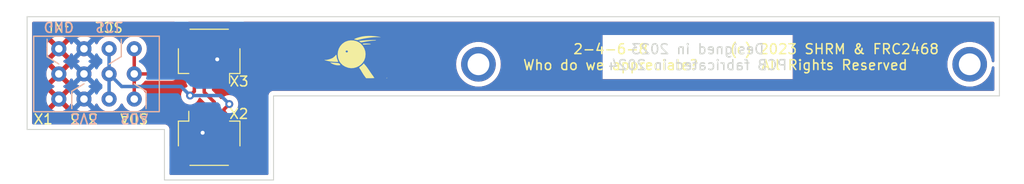
<source format=kicad_pcb>
(kicad_pcb (version 20211014) (generator pcbnew)
  (layers (0 "F.Cu" signal) (31 "B.Cu" signal) (34 "B.Paste" user) (35 "F.Paste" user) (36 "B.SilkS" user "B.Silkscreen") (37 "F.SilkS" user "F.Silkscreen") (38 "B.Mask" user) (39 "F.Mask" user) (44 "Edge.Cuts" user))
  (net 0 "")
  (net 1 "GND")
  (net 2 "+3V3")
  (net 3 "/SCL")
  (net 4 "/SDA")
  (footprint "Connector_JST:JST_SH_SM04B-SRSS-TB_1x04-1MP_P1.00mm_Horizontal" (layer "F.Cu") (at 88.646 62.6364)
    (fp_text reference "X2" (at 2.9972 -2.5146) (layer "F.SilkS"))
    (fp_text value "STEMMA_I2C_QT" hide)
    (fp_line (start 3.11 -1.785) (end 2.06 -1.785) (layer "F.SilkS") (width 0.12))
    (fp_line (start -3.11 -1.785) (end -2.06 -1.785) (layer "F.SilkS") (width 0.12))
    (fp_line (start 3.11 0.715) (end 3.11 -1.785) (layer "F.SilkS") (width 0.12))
    (fp_line (start -1.94 2.685) (end 1.94 2.685) (layer "F.SilkS") (width 0.12))
    (fp_line (start -2.06 -1.785) (end -2.06 -2.775) (layer "F.SilkS") (width 0.12))
    (fp_line (start -3.11 0.715) (end -3.11 -1.785) (layer "F.SilkS") (width 0.12))
    (pad "1" smd roundrect (at -1.5 -2) (size 0.6 1.55) (layers "F.Cu" "F.Paste" "F.Mask") (net 1 "GND"))
    (pad "2" smd roundrect (at -0.5 -2) (size 0.6 1.55) (layers "F.Cu" "F.Paste" "F.Mask") (net 2 "+3V3"))
    (pad "3" smd roundrect (at 0.5 -2) (size 0.6 1.55) (layers "F.Cu" "F.Paste" "F.Mask") (net 4 "/SDA"))
    (pad "4" smd roundrect (at 1.5 -2) (size 0.6 1.55) (layers "F.Cu" "F.Paste" "F.Mask") (net 3 "/SCL"))
    (pad "MP" smd roundrect (at 2.8 1.875) (size 1.2 1.8) (layers "F.Cu" "F.Paste" "F.Mask") (roundrect_rratio 0.2083333333) (net 1 "GND"))
    (pad "MP" smd roundrect (at -2.8 1.875) (size 1.2 1.8) (layers "F.Cu" "F.Paste" "F.Mask") (roundrect_rratio 0.2083333333) (net 1 "GND"))
  )
  (footprint "Connector_JST:JST_SH_SM04B-SRSS-TB_1x04-1MP_P1.00mm_Horizontal" (layer "F.Cu") (at 88.646 54.2544 180)
    (fp_text reference "X3" (at -3.0226 -2.5908) (layer "F.SilkS"))
    (fp_text value "STEMMA_I2C_QT" hide)
    (fp_line (start -1.94 2.685) (end 1.94 2.685) (layer "F.SilkS") (width 0.12))
    (fp_line (start -3.11 0.715) (end -3.11 -1.785) (layer "F.SilkS") (width 0.12))
    (fp_line (start -3.11 -1.785) (end -2.06 -1.785) (layer "F.SilkS") (width 0.12))
    (fp_line (start -2.06 -1.785) (end -2.06 -2.775) (layer "F.SilkS") (width 0.12))
    (fp_line (start 3.11 0.715) (end 3.11 -1.785) (layer "F.SilkS") (width 0.12))
    (fp_line (start 3.11 -1.785) (end 2.06 -1.785) (layer "F.SilkS") (width 0.12))
    (pad "1" smd roundrect (at -1.5 -2 180) (size 0.6 1.55) (layers "F.Cu" "F.Paste" "F.Mask") (net 1 "GND"))
    (pad "2" smd roundrect (at -0.5 -2 180) (size 0.6 1.55) (layers "F.Cu" "F.Paste" "F.Mask") (net 2 "+3V3"))
    (pad "3" smd roundrect (at 0.5 -2 180) (size 0.6 1.55) (layers "F.Cu" "F.Paste" "F.Mask") (net 4 "/SDA"))
    (pad "4" smd roundrect (at 1.5 -2 180) (size 0.6 1.55) (layers "F.Cu" "F.Paste" "F.Mask") (net 3 "/SCL"))
    (pad "MP" smd roundrect (at -2.8 1.875 180) (size 1.2 1.8) (layers "F.Cu" "F.Paste" "F.Mask") (roundrect_rratio 0.2083333333) (net 1 "GND"))
    (pad "MP" smd roundrect (at 2.8 1.875 180) (size 1.2 1.8) (layers "F.Cu" "F.Paste" "F.Mask") (roundrect_rratio 0.2083333333) (net 1 "GND"))
  )
  (footprint "MountingHole:MountingHole_2.2mm_M2_ISO7380_Pad" (layer "F.Cu") (at 165.4815 55.10999)
    (fp_text reference "H2" hide)
    (fp_text value "MountingHole" hide)
    (pad "1" thru_hole circle (at 0 0) (size 3.5 3.5) (drill 2.2) (layers *.Cu *.Mask))
  )
  (footprint "MountingHole:MountingHole_2.2mm_M2_ISO7380_Pad" (layer "F.Cu") (at 115.8515 55.10999)
    (fp_text reference "H1" hide)
    (fp_text value "MountingHole" hide)
    (pad "1" thru_hole circle (at 0 0) (size 3.5 3.5) (drill 2.2) (layers *.Cu *.Mask))
  )
  (footprint "LOGO" (layer "F.Cu") (at 103.4034 54.268624)
    (fp_text reference "G***" hide)
    (fp_text value "LOGO" hide)
    (fp_poly (pts (xy 1.913529 -1.612956) (xy 2.027994 -1.608028) (xy 2.095237 -1.598176) (xy 2.10874 -1.585518) (xy 2.068515 -1.567943) (xy 1.985846 -1.556428) (xy 1.915173 -1.553808) (xy 1.783659 -1.547239) (xy 1.603859 -1.528767) (xy 1.389396 -1.500244) (xy 1.153894 -1.463519) (xy 0.910978 -1.420444) (xy 0.855456 -1.409827) (xy 0.721232 -1.384099) (xy 0.633459 -1.370926) (xy 0.576174 -1.371583) (xy 0.533419 -1.387349) (xy 0.489233 -1.419501) (xy 0.462668 -1.44126) (xy 0.370405 -1.516694) (xy 0.510234 -1.533172) (xy 0.715192 -1.554849) (xy 0.932945 -1.573567) (xy 1.154917 -1.589047) (xy 1.372535 -1.601006) (xy 1.577225 -1.609165) (xy 1.760414 -1.613242)) (layer "F.SilkS") (width 0) (fill solid))
    (fp_poly (pts (xy -2.457553 0.652201) (xy -2.387091 0.663295) (xy -2.270955 0.675428) (xy -2.126832 0.68694) (xy -2.009205 0.694266) (xy -1.853049 0.703776) (xy -1.746381 0.71433) (xy -1.675307 0.729251) (xy -1.625933 0.75186) (xy -1.584368 0.785478) (xy -1.570379 0.799171) (xy -1.520224 0.86201) (xy -1.502998 0.910599) (xy -1.505305 0.918085) (xy -1.54761 0.936206) (xy -1.634964 0.945402) (xy -1.74955 0.945105) (xy -1.87355 0.93475) (xy -1.902621 0.930722) (xy -2.078791 0.892148) (xy -2.246978 0.834097) (xy -2.385556 0.764848) (xy -2.442371 0.724087) (xy -2.552684 0.629352)) (layer "F.SilkS") (width 0) (fill solid))
    (fp_poly (pts (xy 1.173233 -1.252933) (xy 1.31073 -1.247596) (xy 1.431621 -1.238651) (xy 1.519947 -1.226466) (xy 1.558521 -1.212921) (xy 1.569023 -1.190641) (xy 1.538199 -1.178305) (xy 1.456856 -1.173453) (xy 1.409526 -1.173058) (xy 1.269146 -1.169573) (xy 1.109184 -1.160852) (xy 1.011253 -1.153033) (xy 0.880632 -1.145606) (xy 0.804317 -1.15397) (xy 0.778178 -1.171223) (xy 0.76954 -1.218598) (xy 0.776355 -1.230886) (xy 0.820691 -1.243641) (xy 0.912254 -1.251322) (xy 1.035088 -1.254298)) (layer "F.SilkS") (width 0) (fill solid))
    (fp_poly (pts (xy -0.174329 -1.565625) (xy 0.092865 -1.505977) (xy 0.338788 -1.400343) (xy 0.550834 -1.250438) (xy 0.560158 -1.241962) (xy 0.769832 -1.009562) (xy 0.92166 -0.753375) (xy 1.014415 -0.477375) (xy 1.046871 -0.185536) (xy 1.017802 0.118168) (xy 1.002047 0.190262) (xy 0.908848 0.447122) (xy 0.764851 0.676312) (xy 0.578424 0.872996) (xy 0.357936 1.032337) (xy 0.111758 1.149496) (xy -0.151741 1.219637) (xy -0.424193 1.237923) (xy -0.697227 1.199516) (xy -0.729338 1.19095) (xy -1.024576 1.07954) (xy -1.273816 0.925399) (xy -1.475151 0.73102) (xy -1.626672 0.498897) (xy -1.726471 0.231521) (xy -1.772638 -0.068613) (xy -1.77578 -0.176069) (xy -1.745777 -0.469817) (xy -1.742358 -0.480644) (xy -0.972056 -0.480644) (xy -0.965159 -0.416207) (xy -0.953516 -0.399037) (xy -0.893254 -0.356969) (xy -0.856179 -0.348814) (xy -0.790577 -0.371688) (xy -0.758842 -0.399037) (xy -0.737006 -0.463426) (xy -0.765568 -0.521108) (xy -0.832697 -0.553139) (xy -0.856179 -0.554931) (xy -0.931786 -0.533202) (xy -0.972056 -0.480644) (xy -1.742358 -0.480644) (xy -1.658908 -0.744942) (xy -1.519881 -0.993923) (xy -1.333405 -1.209237) (xy -1.104187 -1.383361) (xy -0.977475 -1.451471) (xy -0.722106 -1.54009) (xy -0.450188 -1.577569)) (layer "F.SilkS") (width 0) (fill solid))
    (fp_poly (pts (xy 1.627634 -2.02484) (xy 1.949354 -2.004754) (xy 2.228638 -1.968782) (xy 2.36816 -1.944348) (xy 2.482738 -1.922503) (xy 2.559029 -1.905904) (xy 2.583677 -1.898054) (xy 2.561392 -1.893352) (xy 2.490418 -1.893076) (xy 2.385332 -1.897221) (xy 2.368648 -1.898158) (xy 2.126491 -1.901289) (xy 1.840713 -1.886985) (xy 1.528084 -1.857171) (xy 1.205376 -1.813773) (xy 0.889361 -1.758717) (xy 0.602497 -1.695351) (xy 0.488544 -1.667613) (xy 0.386995 -1.644032) (xy 0.343833 -1.634676) (xy 0.264235 -1.615959) (xy 0.216991 -1.601841) (xy 0.155679 -1.603951) (xy 0.126842 -1.617076) (xy 0.059482 -1.640975) (xy -0.006056 -1.648453) (xy -0.085112 -1.656603) (xy -0.108825 -1.678049) (xy -0.083236 -1.710144) (xy -0.014384 -1.750238) (xy 0.09169 -1.795684) (xy 0.228945 -1.843833) (xy 0.391341 -1.892037) (xy 0.572838 -1.937646) (xy 0.729003 -1.970734) (xy 0.996295 -2.007858) (xy 1.302893 -2.025884)) (layer "F.SilkS") (width 0) (fill solid))
    (fp_poly (pts (xy 0.88727 0.753121) (xy 0.908075 0.804896) (xy 0.943384 0.850559) (xy 1.029779 0.944312) (xy 1.114021 1.044918) (xy 1.204288 1.163249) (xy 1.30876 1.310174) (xy 1.435617 1.496563) (xy 1.484506 1.569663) (xy 1.58425 1.717382) (xy 1.673212 1.845563) (xy 1.744981 1.945253) (xy 1.793145 2.007493) (xy 1.809833 2.024178) (xy 1.83729 2.060575) (xy 1.839201 2.075789) (xy 1.861461 2.12897) (xy 1.886767 2.156305) (xy 1.92663 2.20208) (xy 1.934333 2.223608) (xy 1.90457 2.233803) (xy 1.823057 2.242178) (xy 1.701453 2.247988) (xy 1.551418 2.250484) (xy 1.51417 2.250512) (xy 1.094008 2.249587) (xy 0.951311 2.054533) (xy 0.880561 1.956296) (xy 0.824738 1.875959) (xy 0.794465 1.828861) (xy 0.792759 1.825557) (xy 0.767178 1.780665) (xy 0.719805 1.704357) (xy 0.689701 1.657497) (xy 0.639685 1.577327) (xy 0.608141 1.520543) (xy 0.602497 1.505589) (xy 0.585915 1.471465) (xy 0.546065 1.408532) (xy 0.497788 1.338676) (xy 0.455929 1.283778) (xy 0.441632 1.268415) (xy 0.416051 1.227929) (xy 0.403751 1.19905) (xy 0.407925 1.154888) (xy 0.458598 1.105243) (xy 0.522017 1.06468) (xy 0.6266 0.989783) (xy 0.732759 0.89313) (xy 0.773323 0.848651) (xy 0.834204 0.782378) (xy 0.875588 0.749448)) (layer "F.SilkS") (width 0) (fill solid))
    (fp_poly (pts (xy -1.906157 -0.098666) (xy -1.885249 -0.028186) (xy -1.87277 0.063709) (xy -1.871344 0.101983) (xy -1.858463 0.192614) (xy -1.828031 0.290934) (xy -1.827487 0.292245) (xy -1.785926 0.399236) (xy -1.750966 0.499438) (xy -1.717868 0.602497) (xy -2.008434 0.598086) (xy -2.176494 0.591105) (xy -2.356311 0.576657) (xy -2.513431 0.557623) (xy -2.536829 0.553901) (xy -2.729325 0.518702) (xy -2.890939 0.483219) (xy -3.013264 0.449697) (xy -3.087896 0.420384) (xy -3.107615 0.401338) (xy -3.084404 0.386211) (xy -3.062099 0.391205) (xy -2.979933 0.40082) (xy -2.859948 0.387959) (xy -2.716752 0.357283) (xy -2.564952 0.31345) (xy -2.419157 0.26112) (xy -2.293974 0.204953) (xy -2.204013 0.149606) (xy -2.165572 0.105254) (xy -2.129058 0.066853) (xy -2.113274 0.06333) (xy -2.073096 0.039155) (xy -2.021648 -0.02008) (xy -2.013608 -0.03171) (xy -1.966747 -0.09437) (xy -1.933387 -0.125873) (xy -1.930102 -0.12675)) (layer "F.SilkS") (width 0) (fill solid))
    (fp_poly (pts (xy 3.234457 2.220721) (xy 3.208758 2.247976) (xy 3.186892 2.251436) (xy 3.144584 2.244651) (xy 3.139326 2.238973) (xy 3.164122 2.218526) (xy 3.186892 2.208258) (xy 3.227724 2.207599)) (layer "F.SilkS") (width 0) (fill solid))
  )
  (footprint "Appreciate:RoboRIO_I2C_Port_Wide" (layer "B.Cu") (at 77.2668 56.0832)
    (fp_text reference "X1" (at -5.3848 4.572 unlocked) (layer "F.SilkS"))
    (fp_text value "RoboRIO_I2C_Port_Wide" hide)
    (fp_text user "SCL" (at 1.27 -4.75 180 unlocked) (layer "B.SilkS") (effects (justify mirror)))
    (fp_text user "SDA" (at 3.81 4.5 180 unlocked) (layer "B.SilkS") (effects (justify mirror)))
    (fp_text user "3V3" (at -1.27 4.5 180 unlocked) (layer "B.SilkS") (effects (justify mirror)))
    (fp_text user "GND" (at -3.81 -4.75 180 unlocked) (layer "B.SilkS") (effects (justify mirror)))
    (fp_text user "SCL" (at 1.27 -4.75 180 unlocked) (layer "F.SilkS"))
    (fp_text user "3V3" (at -1.27 4.5 180 unlocked) (layer "F.SilkS"))
    (fp_text user "GND" (at -3.81 -4.75 180 unlocked) (layer "F.SilkS"))
    (fp_text user "SDA" (at 3.81 4.5 180 unlocked) (layer "F.SilkS"))
    (fp_line (start -2.5 3.5) (end -2.5 1.75) (layer "B.SilkS") (width 0.12))
    (fp_line (start -2.5 1.75) (end -1.27 1) (layer "B.SilkS") (width 0.12))
    (fp_line (start 2.5 -1.75) (end 1.27 -1) (layer "B.SilkS") (width 0.12))
    (fp_line (start 5 1.75) (end 3.81 1) (layer "B.SilkS") (width 0.12))
    (fp_line (start 5 1.75) (end 5 3.5) (layer "B.SilkS") (width 0.12))
    (fp_line (start -5 -3.5) (end -5 -1.75) (layer "B.SilkS") (width 0.12))
    (fp_line (start -5 -1.75) (end -3.81 -1) (layer "B.SilkS") (width 0.12))
    (fp_line (start 2.5 -1.75) (end 2.5 -3.5) (layer "B.SilkS") (width 0.12))
    (fp_rect (start -6.35 3.81) (end 6.35 -3.81) (layer "B.SilkS") (width 0.12) (fill none))
    (fp_line (start -5 -3.5) (end -5 -1.75) (layer "F.SilkS") (width 0.12))
    (fp_line (start -1.27 1) (end -2.5 1.75) (layer "F.SilkS") (width 0.12))
    (fp_line (start 5 3.5) (end 5 1.75) (layer "F.SilkS") (width 0.12))
    (fp_line (start 2.5 -1.75) (end 2.5 -3.5) (layer "F.SilkS") (width 0.12))
    (fp_line (start 2.5 -1.75) (end 1.27 -1) (layer "F.SilkS") (width 0.12))
    (fp_line (start -2.5 1.75) (end -2.5 3.5) (layer "F.SilkS") (width 0.12))
    (fp_line (start 5 1.75) (end 3.81 1) (layer "F.SilkS") (width 0.12))
    (fp_line (start -5 -1.75) (end -3.81 -1) (layer "F.SilkS") (width 0.12))
    (fp_rect (start -6.35 3.81) (end 6.35 -3.81) (layer "F.SilkS") (width 0.12) (fill none))
    (pad "1" thru_hole circle (at -3.81 0) (size 1.524 1.524) (drill 0.762) (layers *.Cu *.Mask) (net 1 "GND"))
    (pad "2" thru_hole circle (at -1.27 0) (size 1.524 1.524) (drill 0.762) (layers *.Cu *.Mask) (net 2 "+3V3"))
    (pad "3" thru_hole circle (at 1.27 0) (size 1.524 1.524) (drill 0.762) (layers *.Cu *.Mask) (net 3 "/SCL"))
    (pad "4" thru_hole circle (at 3.81 0) (size 1.524 1.524) (drill 0.762) (layers *.Cu *.Mask) (net 4 "/SDA"))
    (pad "5" thru_hole circle (at -3.81 2.54) (size 1.524 1.524) (drill 0.762) (layers *.Cu *.Mask) (net 1 "GND"))
    (pad "6" thru_hole circle (at -3.81 -2.54) (size 1.524 1.524) (drill 0.762) (layers *.Cu *.Mask) (net 1 "GND"))
    (pad "7" thru_hole circle (at -1.27 2.54) (size 1.524 1.524) (drill 0.762) (layers *.Cu *.Mask) (net 2 "+3V3"))
    (pad "8" thru_hole circle (at -1.27 -2.54) (size 1.524 1.524) (drill 0.762) (layers *.Cu *.Mask) (net 2 "+3V3"))
    (pad "9" thru_hole circle (at 1.27 2.54) (size 1.524 1.524) (drill 0.762) (layers *.Cu *.Mask) (net 3 "/SCL"))
    (pad "10" thru_hole circle (at 1.27 -2.54) (size 1.524 1.524) (drill 0.762) (layers *.Cu *.Mask) (net 3 "/SCL"))
    (pad "11" thru_hole circle (at 3.81 2.54) (size 1.524 1.524) (drill 0.762) (layers *.Cu *.Mask) (net 4 "/SDA"))
    (pad "12" thru_hole circle (at 3.81 -2.54) (size 1.524 1.524) (drill 0.762) (layers *.Cu *.Mask) (net 4 "/SDA"))
  )
  (gr_line (start 95.1484 66.802) (end 84.1248 66.802) (layer "Edge.Cuts") (width 0.1))
  (gr_line (start 84.1248 61.6966) (end 70.2532 61.6966) (layer "Edge.Cuts") (width 0.1))
  (gr_line (start 84.1248 66.802) (end 84.1248 61.6966) (layer "Edge.Cuts") (width 0.1))
  (gr_line (start 70.2532 61.6966) (end 70.2532 50.302) (layer "Edge.Cuts") (width 0.1))
  (gr_line (start 70.2532 50.302) (end 168.4815 50.302) (layer "Edge.Cuts") (width 0.1))
  (gr_line (start 95.1484 58.302) (end 95.1484 66.802) (layer "Edge.Cuts") (width 0.1))
  (gr_line (start 168.4815 58.302) (end 95.1484 58.302) (layer "Edge.Cuts") (width 0.1))
  (gr_line (start 168.4815 50.302) (end 168.4815 58.302) (layer "Edge.Cuts") (width 0.1))
  (gr_text "(c) 2023 SHRM & FRC2468\nAll Rights Reserved" (at 151.8158 54.3814) (layer "F.SilkS") (effects (font (size 1 1))))
  (gr_text "2-4-6-8\nWho do we appreciate?" (at 129.2098 54.3814) (layer "F.SilkS") (effects (font (size 1 1))))
  (gr_text "Designed in 2023\nPCB fabricated in 2024" (at 137.9982 54.3814) (layer "Edge.Cuts") (effects (font (size 1 1)) (justify mirror)))
  (segment (start 88.146 61.8664) (end 87.9856 62.0268) (width 0.35) (layer "F.Cu") (net 2))
  (segment (start 89.146 54.9228) (end 89.4588 54.61) (width 0.35) (layer "F.Cu") (net 2))
  (segment (start 89.146 56.2544) (end 89.146 54.9228) (width 0.35) (layer "F.Cu") (net 2))
  (segment (start 88.146 60.6364) (end 88.146 61.8664) (width 0.35) (layer "F.Cu") (net 2))
  (via (at 87.9856 62.0268) (size 0.8) (drill 0.4) (layers "F.Cu" "B.Cu") (net 2))
  (via (at 89.4588 54.61) (size 0.8) (drill 0.4) (layers "F.Cu" "B.Cu") (net 2))
  (segment (start 90.146 60.6364) (end 90.146 59.6632) (width 0.35) (layer "F.Cu") (net 3))
  (segment (start 87.146 56.2544) (end 87.146 57.8372) (width 0.35) (layer "F.Cu") (net 3))
  (segment (start 87.146 57.8372) (end 86.7156 58.2676) (width 0.35) (layer "F.Cu") (net 3))
  (segment (start 90.146 59.6632) (end 90.678 59.1312) (width 0.35) (layer "F.Cu") (net 3))
  (via (at 90.678 59.1312) (size 0.8) (drill 0.4) (layers "F.Cu" "B.Cu") (net 3))
  (via (at 86.7156 58.2676) (size 0.8) (drill 0.4) (layers "F.Cu" "B.Cu") (net 3))
  (segment (start 85.8012 57.3532) (end 79.8068 57.3532) (width 0.35) (layer "B.Cu") (net 3))
  (segment (start 78.5368 53.5432) (end 78.5368 58.6232) (width 0.35) (layer "B.Cu") (net 3))
  (segment (start 86.7156 58.2676) (end 85.8012 57.3532) (width 0.35) (layer "B.Cu") (net 3))
  (segment (start 89.8144 58.2676) (end 86.7156 58.2676) (width 0.35) (layer "B.Cu") (net 3))
  (segment (start 90.678 59.1312) (end 89.8144 58.2676) (width 0.35) (layer "B.Cu") (net 3))
  (segment (start 79.8068 57.3532) (end 78.5368 56.0832) (width 0.35) (layer "B.Cu") (net 3))
  (segment (start 89.154 60.6284) (end 89.146 60.6364) (width 0.35) (layer "F.Cu") (net 4))
  (segment (start 87.8332 54.864) (end 88.146 55.1768) (width 0.35) (layer "F.Cu") (net 4))
  (segment (start 81.0768 56.0832) (end 84.836 56.0832) (width 0.35) (layer "F.Cu") (net 4))
  (segment (start 88.146 55.1768) (end 88.146 56.2544) (width 0.35) (layer "F.Cu") (net 4))
  (segment (start 88.146 56.2544) (end 88.146 57.92) (width 0.35) (layer "F.Cu") (net 4))
  (segment (start 84.836 56.0832) (end 86.0552 54.864) (width 0.35) (layer "F.Cu") (net 4))
  (segment (start 89.154 58.928) (end 89.154 60.6284) (width 0.35) (layer "F.Cu") (net 4))
  (segment (start 81.0768 53.5432) (end 81.0768 58.6232) (width 0.35) (layer "F.Cu") (net 4))
  (segment (start 88.146 57.92) (end 89.154 58.928) (width 0.35) (layer "F.Cu") (net 4))
  (segment (start 86.0552 54.864) (end 87.8332 54.864) (width 0.35) (layer "F.Cu") (net 4))
  (zone (net 1) (net_name "GND") (layer "F.Cu") (connect_pads (clearance 0.508)) (min_thickness 0.254) (fill yes (thermal_gap 0.508) (thermal_bridge_width 0.508))
    (polygon (pts (xy 170.9674 67.2084) (xy 67.5132 67.2084) (xy 67.5132 48.6156) (xy 170.9674 48.6156)))
  )
  (zone (net 2) (net_name "+3V3") (layer "B.Cu") (connect_pads (clearance 0.508)) (min_thickness 0.254) (fill yes (thermal_gap 0.508) (thermal_bridge_width 0.508))
    (polygon (pts (xy 170.9674 67.2084) (xy 67.5132 67.2084) (xy 67.5132 48.6156) (xy 170.9674 48.6156)))
  )
)
</source>
